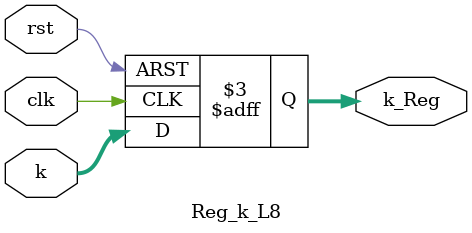
<source format=v>
module Reg_k_L8(k_Reg,clk,rst,k);
output reg [1:0] k_Reg;
input clk,rst;
input [1:0] k;

always @ (posedge clk or negedge rst)
	begin
		if (!rst ) 
			k_Reg<=0; 
		else  
			k_Reg<=k; 
	end
endmodule

</source>
